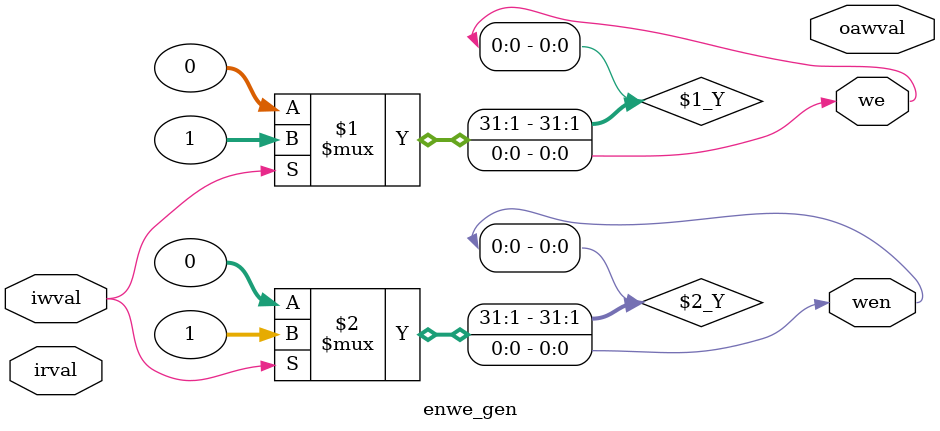
<source format=v>
`timescale 1ns / 1ps


module enwe_gen(
    input iwval,
    input irval,
    
    output wen,
    output we,
    output oawval
    );
    
    assign we  = iwval ? 1 : 0;
    assign wen = iwval ? 1 : 0;

endmodule

</source>
